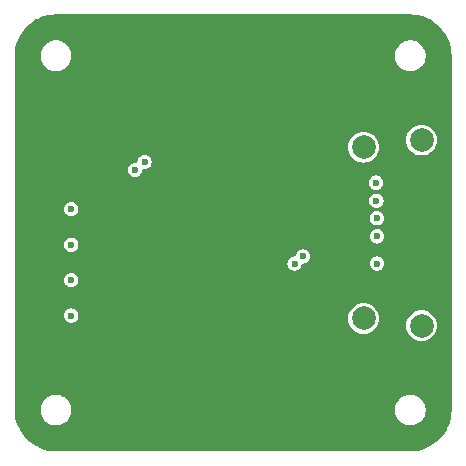
<source format=gbr>
%TF.GenerationSoftware,KiCad,Pcbnew,8.0.2*%
%TF.CreationDate,2024-06-01T15:43:29+01:00*%
%TF.ProjectId,hdmi-csi,68646d69-2d63-4736-992e-6b696361645f,rev?*%
%TF.SameCoordinates,Original*%
%TF.FileFunction,Copper,L3,Inr*%
%TF.FilePolarity,Positive*%
%FSLAX46Y46*%
G04 Gerber Fmt 4.6, Leading zero omitted, Abs format (unit mm)*
G04 Created by KiCad (PCBNEW 8.0.2) date 2024-06-01 15:43:29*
%MOMM*%
%LPD*%
G01*
G04 APERTURE LIST*
%TA.AperFunction,ComponentPad*%
%ADD10C,2.000000*%
%TD*%
%TA.AperFunction,ViaPad*%
%ADD11C,0.600000*%
%TD*%
G04 APERTURE END LIST*
D10*
%TO.N,GND*%
%TO.C,CN1*%
X184950000Y-76850000D03*
X180050000Y-76250000D03*
X180050000Y-61750000D03*
X184950000Y-61150000D03*
%TD*%
D11*
%TO.N,GND*%
X181100000Y-64750000D03*
X181125000Y-66275000D03*
X181150000Y-67775000D03*
X181200000Y-69300000D03*
X181200000Y-71600000D03*
%TO.N,+3.3V*%
X177100000Y-73400000D03*
X181000000Y-73400000D03*
%TO.N,/CAM_SDA*%
X174900000Y-71000000D03*
X161500000Y-63000000D03*
%TO.N,/CAM_SCL*%
X174200000Y-71600000D03*
X160700000Y-63671750D03*
%TO.N,GND*%
X155300000Y-73000000D03*
X155300000Y-67000000D03*
X155300000Y-70000000D03*
%TO.N,+3.3V*%
X155200000Y-62000000D03*
X159200000Y-62000000D03*
%TO.N,GND*%
X155300000Y-76000000D03*
%TD*%
%TA.AperFunction,Conductor*%
%TO.N,+3.3V*%
G36*
X184003032Y-50500648D02*
G01*
X184336929Y-50517052D01*
X184349037Y-50518245D01*
X184452146Y-50533539D01*
X184676699Y-50566849D01*
X184688617Y-50569219D01*
X185009951Y-50649709D01*
X185021588Y-50653240D01*
X185092806Y-50678722D01*
X185333467Y-50764832D01*
X185344688Y-50769479D01*
X185644163Y-50911120D01*
X185654871Y-50916844D01*
X185938988Y-51087137D01*
X185949106Y-51093897D01*
X186215170Y-51291224D01*
X186224576Y-51298944D01*
X186470013Y-51521395D01*
X186478604Y-51529986D01*
X186665755Y-51736475D01*
X186701055Y-51775423D01*
X186708775Y-51784829D01*
X186906102Y-52050893D01*
X186912862Y-52061011D01*
X187041776Y-52276092D01*
X187083148Y-52345116D01*
X187088885Y-52355848D01*
X187230514Y-52655297D01*
X187235170Y-52666540D01*
X187346759Y-52978411D01*
X187350292Y-52990055D01*
X187430777Y-53311369D01*
X187433151Y-53323305D01*
X187481754Y-53650962D01*
X187482947Y-53663071D01*
X187499351Y-53996966D01*
X187499500Y-54003051D01*
X187499500Y-83996948D01*
X187499351Y-84003033D01*
X187482947Y-84336928D01*
X187481754Y-84349037D01*
X187433151Y-84676694D01*
X187430777Y-84688630D01*
X187350292Y-85009944D01*
X187346759Y-85021588D01*
X187235170Y-85333459D01*
X187230514Y-85344702D01*
X187088885Y-85644151D01*
X187083148Y-85654883D01*
X186912862Y-85938988D01*
X186906102Y-85949106D01*
X186708775Y-86215170D01*
X186701055Y-86224576D01*
X186478611Y-86470006D01*
X186470006Y-86478611D01*
X186224576Y-86701055D01*
X186215170Y-86708775D01*
X185949106Y-86906102D01*
X185938988Y-86912862D01*
X185654883Y-87083148D01*
X185644151Y-87088885D01*
X185344702Y-87230514D01*
X185333459Y-87235170D01*
X185021588Y-87346759D01*
X185009944Y-87350292D01*
X184688630Y-87430777D01*
X184676694Y-87433151D01*
X184349037Y-87481754D01*
X184336928Y-87482947D01*
X184021989Y-87498419D01*
X184003031Y-87499351D01*
X183996949Y-87499500D01*
X154003051Y-87499500D01*
X153996968Y-87499351D01*
X153976900Y-87498365D01*
X153663071Y-87482947D01*
X153650962Y-87481754D01*
X153323305Y-87433151D01*
X153311369Y-87430777D01*
X152990055Y-87350292D01*
X152978411Y-87346759D01*
X152666540Y-87235170D01*
X152655301Y-87230515D01*
X152355844Y-87088883D01*
X152345121Y-87083150D01*
X152061011Y-86912862D01*
X152050893Y-86906102D01*
X151784829Y-86708775D01*
X151775423Y-86701055D01*
X151736475Y-86665755D01*
X151529986Y-86478604D01*
X151521395Y-86470013D01*
X151298944Y-86224576D01*
X151291224Y-86215170D01*
X151093897Y-85949106D01*
X151087137Y-85938988D01*
X150916844Y-85654871D01*
X150911120Y-85644163D01*
X150769479Y-85344688D01*
X150764829Y-85333459D01*
X150718944Y-85205220D01*
X150653240Y-85021588D01*
X150649707Y-85009944D01*
X150640958Y-84975015D01*
X150569219Y-84688617D01*
X150566848Y-84676694D01*
X150518245Y-84349037D01*
X150517052Y-84336927D01*
X150500649Y-84003032D01*
X150500500Y-83996948D01*
X150500500Y-83897648D01*
X152699500Y-83897648D01*
X152699500Y-84102351D01*
X152731522Y-84304534D01*
X152794781Y-84499223D01*
X152858691Y-84624653D01*
X152885208Y-84676694D01*
X152887715Y-84681613D01*
X153008028Y-84847213D01*
X153152786Y-84991971D01*
X153307749Y-85104556D01*
X153318390Y-85112287D01*
X153434607Y-85171503D01*
X153500776Y-85205218D01*
X153500778Y-85205218D01*
X153500781Y-85205220D01*
X153605137Y-85239127D01*
X153695465Y-85268477D01*
X153796557Y-85284488D01*
X153897648Y-85300500D01*
X153897649Y-85300500D01*
X154102351Y-85300500D01*
X154102352Y-85300500D01*
X154304534Y-85268477D01*
X154499219Y-85205220D01*
X154681610Y-85112287D01*
X154774590Y-85044732D01*
X154847213Y-84991971D01*
X154847215Y-84991968D01*
X154847219Y-84991966D01*
X154991966Y-84847219D01*
X154991968Y-84847215D01*
X154991971Y-84847213D01*
X155044732Y-84774590D01*
X155112287Y-84681610D01*
X155205220Y-84499219D01*
X155268477Y-84304534D01*
X155300500Y-84102352D01*
X155300500Y-83897648D01*
X182699500Y-83897648D01*
X182699500Y-84102351D01*
X182731522Y-84304534D01*
X182794781Y-84499223D01*
X182858691Y-84624653D01*
X182885208Y-84676694D01*
X182887715Y-84681613D01*
X183008028Y-84847213D01*
X183152786Y-84991971D01*
X183307749Y-85104556D01*
X183318390Y-85112287D01*
X183434607Y-85171503D01*
X183500776Y-85205218D01*
X183500778Y-85205218D01*
X183500781Y-85205220D01*
X183605137Y-85239127D01*
X183695465Y-85268477D01*
X183796557Y-85284488D01*
X183897648Y-85300500D01*
X183897649Y-85300500D01*
X184102351Y-85300500D01*
X184102352Y-85300500D01*
X184304534Y-85268477D01*
X184499219Y-85205220D01*
X184681610Y-85112287D01*
X184774590Y-85044732D01*
X184847213Y-84991971D01*
X184847215Y-84991968D01*
X184847219Y-84991966D01*
X184991966Y-84847219D01*
X184991968Y-84847215D01*
X184991971Y-84847213D01*
X185044732Y-84774590D01*
X185112287Y-84681610D01*
X185205220Y-84499219D01*
X185268477Y-84304534D01*
X185300500Y-84102352D01*
X185300500Y-83897648D01*
X185268477Y-83695466D01*
X185205220Y-83500781D01*
X185205218Y-83500778D01*
X185205218Y-83500776D01*
X185171503Y-83434607D01*
X185112287Y-83318390D01*
X185104556Y-83307749D01*
X184991971Y-83152786D01*
X184847213Y-83008028D01*
X184681613Y-82887715D01*
X184681612Y-82887714D01*
X184681610Y-82887713D01*
X184624653Y-82858691D01*
X184499223Y-82794781D01*
X184304534Y-82731522D01*
X184129995Y-82703878D01*
X184102352Y-82699500D01*
X183897648Y-82699500D01*
X183873329Y-82703351D01*
X183695465Y-82731522D01*
X183500776Y-82794781D01*
X183318386Y-82887715D01*
X183152786Y-83008028D01*
X183008028Y-83152786D01*
X182887715Y-83318386D01*
X182794781Y-83500776D01*
X182731522Y-83695465D01*
X182699500Y-83897648D01*
X155300500Y-83897648D01*
X155268477Y-83695466D01*
X155205220Y-83500781D01*
X155205218Y-83500778D01*
X155205218Y-83500776D01*
X155171503Y-83434607D01*
X155112287Y-83318390D01*
X155104556Y-83307749D01*
X154991971Y-83152786D01*
X154847213Y-83008028D01*
X154681613Y-82887715D01*
X154681612Y-82887714D01*
X154681610Y-82887713D01*
X154624653Y-82858691D01*
X154499223Y-82794781D01*
X154304534Y-82731522D01*
X154129995Y-82703878D01*
X154102352Y-82699500D01*
X153897648Y-82699500D01*
X153873329Y-82703351D01*
X153695465Y-82731522D01*
X153500776Y-82794781D01*
X153318386Y-82887715D01*
X153152786Y-83008028D01*
X153008028Y-83152786D01*
X152887715Y-83318386D01*
X152794781Y-83500776D01*
X152731522Y-83695465D01*
X152699500Y-83897648D01*
X150500500Y-83897648D01*
X150500500Y-75999998D01*
X154694318Y-75999998D01*
X154694318Y-76000001D01*
X154714955Y-76156760D01*
X154714956Y-76156762D01*
X154753576Y-76250000D01*
X154775464Y-76302841D01*
X154871718Y-76428282D01*
X154997159Y-76524536D01*
X155143238Y-76585044D01*
X155221619Y-76595363D01*
X155299999Y-76605682D01*
X155300000Y-76605682D01*
X155300001Y-76605682D01*
X155352254Y-76598802D01*
X155456762Y-76585044D01*
X155602841Y-76524536D01*
X155728282Y-76428282D01*
X155824536Y-76302841D01*
X155846424Y-76249998D01*
X178744532Y-76249998D01*
X178744532Y-76250001D01*
X178764364Y-76476686D01*
X178764366Y-76476697D01*
X178823258Y-76696488D01*
X178823261Y-76696497D01*
X178919431Y-76902732D01*
X178919432Y-76902734D01*
X179049954Y-77089141D01*
X179210858Y-77250045D01*
X179210861Y-77250047D01*
X179397266Y-77380568D01*
X179603504Y-77476739D01*
X179823308Y-77535635D01*
X179985230Y-77549801D01*
X180049998Y-77555468D01*
X180050000Y-77555468D01*
X180050002Y-77555468D01*
X180106673Y-77550509D01*
X180276692Y-77535635D01*
X180496496Y-77476739D01*
X180702734Y-77380568D01*
X180889139Y-77250047D01*
X181050047Y-77089139D01*
X181180568Y-76902734D01*
X181205159Y-76849998D01*
X183644532Y-76849998D01*
X183644532Y-76850001D01*
X183664364Y-77076686D01*
X183664366Y-77076697D01*
X183723258Y-77296488D01*
X183723261Y-77296497D01*
X183819431Y-77502732D01*
X183819432Y-77502734D01*
X183949954Y-77689141D01*
X184110858Y-77850045D01*
X184110861Y-77850047D01*
X184297266Y-77980568D01*
X184503504Y-78076739D01*
X184723308Y-78135635D01*
X184885230Y-78149801D01*
X184949998Y-78155468D01*
X184950000Y-78155468D01*
X184950002Y-78155468D01*
X185006673Y-78150509D01*
X185176692Y-78135635D01*
X185396496Y-78076739D01*
X185602734Y-77980568D01*
X185789139Y-77850047D01*
X185950047Y-77689139D01*
X186080568Y-77502734D01*
X186176739Y-77296496D01*
X186235635Y-77076692D01*
X186255468Y-76850000D01*
X186235635Y-76623308D01*
X186176739Y-76403504D01*
X186080568Y-76197266D01*
X185950047Y-76010861D01*
X185950045Y-76010858D01*
X185789141Y-75849954D01*
X185602734Y-75719432D01*
X185602732Y-75719431D01*
X185396497Y-75623261D01*
X185396488Y-75623258D01*
X185176697Y-75564366D01*
X185176693Y-75564365D01*
X185176692Y-75564365D01*
X185176691Y-75564364D01*
X185176686Y-75564364D01*
X184950002Y-75544532D01*
X184949998Y-75544532D01*
X184723313Y-75564364D01*
X184723302Y-75564366D01*
X184503511Y-75623258D01*
X184503502Y-75623261D01*
X184297267Y-75719431D01*
X184297265Y-75719432D01*
X184110858Y-75849954D01*
X183949954Y-76010858D01*
X183819432Y-76197265D01*
X183819431Y-76197267D01*
X183723261Y-76403502D01*
X183723258Y-76403511D01*
X183664366Y-76623302D01*
X183664364Y-76623313D01*
X183644532Y-76849998D01*
X181205159Y-76849998D01*
X181276739Y-76696496D01*
X181335635Y-76476692D01*
X181355468Y-76250000D01*
X181335635Y-76023308D01*
X181276739Y-75803504D01*
X181180568Y-75597266D01*
X181050047Y-75410861D01*
X181050045Y-75410858D01*
X180889141Y-75249954D01*
X180702734Y-75119432D01*
X180702732Y-75119431D01*
X180496497Y-75023261D01*
X180496488Y-75023258D01*
X180276697Y-74964366D01*
X180276693Y-74964365D01*
X180276692Y-74964365D01*
X180276691Y-74964364D01*
X180276686Y-74964364D01*
X180050002Y-74944532D01*
X180049998Y-74944532D01*
X179823313Y-74964364D01*
X179823302Y-74964366D01*
X179603511Y-75023258D01*
X179603502Y-75023261D01*
X179397267Y-75119431D01*
X179397265Y-75119432D01*
X179210858Y-75249954D01*
X179049954Y-75410858D01*
X178919432Y-75597265D01*
X178919431Y-75597267D01*
X178823261Y-75803502D01*
X178823258Y-75803511D01*
X178764366Y-76023302D01*
X178764364Y-76023313D01*
X178744532Y-76249998D01*
X155846424Y-76249998D01*
X155885044Y-76156762D01*
X155902613Y-76023313D01*
X155905682Y-76000001D01*
X155905682Y-75999998D01*
X155885044Y-75843239D01*
X155885044Y-75843238D01*
X155824536Y-75697159D01*
X155728282Y-75571718D01*
X155602841Y-75475464D01*
X155456762Y-75414956D01*
X155456760Y-75414955D01*
X155300001Y-75394318D01*
X155299999Y-75394318D01*
X155143239Y-75414955D01*
X155143237Y-75414956D01*
X154997160Y-75475463D01*
X154871718Y-75571718D01*
X154775463Y-75697160D01*
X154714956Y-75843237D01*
X154714955Y-75843239D01*
X154694318Y-75999998D01*
X150500500Y-75999998D01*
X150500500Y-72999998D01*
X154694318Y-72999998D01*
X154694318Y-73000001D01*
X154714955Y-73156760D01*
X154714956Y-73156762D01*
X154775464Y-73302841D01*
X154871718Y-73428282D01*
X154997159Y-73524536D01*
X155143238Y-73585044D01*
X155221619Y-73595363D01*
X155299999Y-73605682D01*
X155300000Y-73605682D01*
X155300001Y-73605682D01*
X155352254Y-73598802D01*
X155456762Y-73585044D01*
X155602841Y-73524536D01*
X155728282Y-73428282D01*
X155824536Y-73302841D01*
X155885044Y-73156762D01*
X155905682Y-73000000D01*
X155885044Y-72843238D01*
X155824536Y-72697159D01*
X155728282Y-72571718D01*
X155602841Y-72475464D01*
X155456762Y-72414956D01*
X155456760Y-72414955D01*
X155300001Y-72394318D01*
X155299999Y-72394318D01*
X155143239Y-72414955D01*
X155143237Y-72414956D01*
X154997160Y-72475463D01*
X154871718Y-72571718D01*
X154775463Y-72697160D01*
X154714956Y-72843237D01*
X154714955Y-72843239D01*
X154694318Y-72999998D01*
X150500500Y-72999998D01*
X150500500Y-71599998D01*
X173594318Y-71599998D01*
X173594318Y-71600001D01*
X173614955Y-71756760D01*
X173614956Y-71756762D01*
X173675464Y-71902841D01*
X173771718Y-72028282D01*
X173897159Y-72124536D01*
X174043238Y-72185044D01*
X174121619Y-72195363D01*
X174199999Y-72205682D01*
X174200000Y-72205682D01*
X174200001Y-72205682D01*
X174252254Y-72198802D01*
X174356762Y-72185044D01*
X174502841Y-72124536D01*
X174628282Y-72028282D01*
X174724536Y-71902841D01*
X174785044Y-71756762D01*
X174790838Y-71712751D01*
X174819102Y-71648858D01*
X174877426Y-71610386D01*
X174897591Y-71605999D01*
X174899999Y-71605681D01*
X174900000Y-71605682D01*
X174943174Y-71599998D01*
X180594318Y-71599998D01*
X180594318Y-71600001D01*
X180614955Y-71756760D01*
X180614956Y-71756762D01*
X180675464Y-71902841D01*
X180771718Y-72028282D01*
X180897159Y-72124536D01*
X181043238Y-72185044D01*
X181121619Y-72195363D01*
X181199999Y-72205682D01*
X181200000Y-72205682D01*
X181200001Y-72205682D01*
X181252254Y-72198802D01*
X181356762Y-72185044D01*
X181502841Y-72124536D01*
X181628282Y-72028282D01*
X181724536Y-71902841D01*
X181785044Y-71756762D01*
X181805682Y-71600000D01*
X181785044Y-71443238D01*
X181724536Y-71297159D01*
X181628282Y-71171718D01*
X181502841Y-71075464D01*
X181356762Y-71014956D01*
X181356760Y-71014955D01*
X181200001Y-70994318D01*
X181199999Y-70994318D01*
X181043239Y-71014955D01*
X181043237Y-71014956D01*
X180897160Y-71075463D01*
X180771718Y-71171718D01*
X180675463Y-71297160D01*
X180614956Y-71443237D01*
X180614955Y-71443239D01*
X180594318Y-71599998D01*
X174943174Y-71599998D01*
X175056762Y-71585044D01*
X175202841Y-71524536D01*
X175328282Y-71428282D01*
X175424536Y-71302841D01*
X175485044Y-71156762D01*
X175505682Y-71000000D01*
X175485044Y-70843238D01*
X175424536Y-70697159D01*
X175328282Y-70571718D01*
X175202841Y-70475464D01*
X175056762Y-70414956D01*
X175056760Y-70414955D01*
X174900001Y-70394318D01*
X174899999Y-70394318D01*
X174743239Y-70414955D01*
X174743237Y-70414956D01*
X174597160Y-70475463D01*
X174471718Y-70571718D01*
X174375463Y-70697160D01*
X174314956Y-70843237D01*
X174314956Y-70843239D01*
X174309162Y-70887247D01*
X174280895Y-70951144D01*
X174222570Y-70989614D01*
X174202409Y-70994000D01*
X174064568Y-71012147D01*
X174043238Y-71014956D01*
X174043237Y-71014956D01*
X173897160Y-71075463D01*
X173771718Y-71171718D01*
X173675463Y-71297160D01*
X173614956Y-71443237D01*
X173614955Y-71443239D01*
X173594318Y-71599998D01*
X150500500Y-71599998D01*
X150500500Y-69999998D01*
X154694318Y-69999998D01*
X154694318Y-70000001D01*
X154714955Y-70156760D01*
X154714956Y-70156762D01*
X154775464Y-70302841D01*
X154871718Y-70428282D01*
X154997159Y-70524536D01*
X155143238Y-70585044D01*
X155221619Y-70595363D01*
X155299999Y-70605682D01*
X155300000Y-70605682D01*
X155300001Y-70605682D01*
X155352254Y-70598802D01*
X155456762Y-70585044D01*
X155602841Y-70524536D01*
X155728282Y-70428282D01*
X155824536Y-70302841D01*
X155885044Y-70156762D01*
X155905682Y-70000000D01*
X155885044Y-69843238D01*
X155824536Y-69697159D01*
X155728282Y-69571718D01*
X155602841Y-69475464D01*
X155557690Y-69456762D01*
X155456762Y-69414956D01*
X155456760Y-69414955D01*
X155300001Y-69394318D01*
X155299999Y-69394318D01*
X155143239Y-69414955D01*
X155143237Y-69414956D01*
X154997160Y-69475463D01*
X154871718Y-69571718D01*
X154775463Y-69697160D01*
X154714956Y-69843237D01*
X154714955Y-69843239D01*
X154694318Y-69999998D01*
X150500500Y-69999998D01*
X150500500Y-69299998D01*
X180594318Y-69299998D01*
X180594318Y-69300001D01*
X180614955Y-69456760D01*
X180614956Y-69456762D01*
X180675464Y-69602841D01*
X180771718Y-69728282D01*
X180897159Y-69824536D01*
X181043238Y-69885044D01*
X181121619Y-69895363D01*
X181199999Y-69905682D01*
X181200000Y-69905682D01*
X181200001Y-69905682D01*
X181252254Y-69898802D01*
X181356762Y-69885044D01*
X181502841Y-69824536D01*
X181628282Y-69728282D01*
X181724536Y-69602841D01*
X181785044Y-69456762D01*
X181805682Y-69300000D01*
X181785044Y-69143238D01*
X181724536Y-68997159D01*
X181628282Y-68871718D01*
X181502841Y-68775464D01*
X181356762Y-68714956D01*
X181356760Y-68714955D01*
X181200001Y-68694318D01*
X181199999Y-68694318D01*
X181043239Y-68714955D01*
X181043237Y-68714956D01*
X180897160Y-68775463D01*
X180771718Y-68871718D01*
X180675463Y-68997160D01*
X180614956Y-69143237D01*
X180614955Y-69143239D01*
X180594318Y-69299998D01*
X150500500Y-69299998D01*
X150500500Y-67774998D01*
X180544318Y-67774998D01*
X180544318Y-67775001D01*
X180564955Y-67931760D01*
X180564956Y-67931762D01*
X180625464Y-68077841D01*
X180721718Y-68203282D01*
X180847159Y-68299536D01*
X180993238Y-68360044D01*
X181071619Y-68370363D01*
X181149999Y-68380682D01*
X181150000Y-68380682D01*
X181150001Y-68380682D01*
X181202254Y-68373802D01*
X181306762Y-68360044D01*
X181452841Y-68299536D01*
X181578282Y-68203282D01*
X181674536Y-68077841D01*
X181735044Y-67931762D01*
X181755682Y-67775000D01*
X181735044Y-67618238D01*
X181674536Y-67472159D01*
X181578282Y-67346718D01*
X181452841Y-67250464D01*
X181306762Y-67189956D01*
X181306760Y-67189955D01*
X181150001Y-67169318D01*
X181149999Y-67169318D01*
X180993239Y-67189955D01*
X180993237Y-67189956D01*
X180847160Y-67250463D01*
X180721718Y-67346718D01*
X180625463Y-67472160D01*
X180564956Y-67618237D01*
X180564955Y-67618239D01*
X180544318Y-67774998D01*
X150500500Y-67774998D01*
X150500500Y-66999998D01*
X154694318Y-66999998D01*
X154694318Y-67000001D01*
X154714955Y-67156760D01*
X154714956Y-67156762D01*
X154775464Y-67302841D01*
X154871718Y-67428282D01*
X154997159Y-67524536D01*
X155143238Y-67585044D01*
X155221619Y-67595363D01*
X155299999Y-67605682D01*
X155300000Y-67605682D01*
X155300001Y-67605682D01*
X155352254Y-67598802D01*
X155456762Y-67585044D01*
X155602841Y-67524536D01*
X155728282Y-67428282D01*
X155824536Y-67302841D01*
X155885044Y-67156762D01*
X155905682Y-67000000D01*
X155885044Y-66843238D01*
X155824536Y-66697159D01*
X155728282Y-66571718D01*
X155602841Y-66475464D01*
X155456762Y-66414956D01*
X155456760Y-66414955D01*
X155300001Y-66394318D01*
X155299999Y-66394318D01*
X155143239Y-66414955D01*
X155143237Y-66414956D01*
X154997160Y-66475463D01*
X154871718Y-66571718D01*
X154775463Y-66697160D01*
X154714956Y-66843237D01*
X154714955Y-66843239D01*
X154694318Y-66999998D01*
X150500500Y-66999998D01*
X150500500Y-66274998D01*
X180519318Y-66274998D01*
X180519318Y-66275001D01*
X180539955Y-66431760D01*
X180539956Y-66431762D01*
X180600464Y-66577841D01*
X180696718Y-66703282D01*
X180822159Y-66799536D01*
X180968238Y-66860044D01*
X181046619Y-66870363D01*
X181124999Y-66880682D01*
X181125000Y-66880682D01*
X181125001Y-66880682D01*
X181177254Y-66873802D01*
X181281762Y-66860044D01*
X181427841Y-66799536D01*
X181553282Y-66703282D01*
X181649536Y-66577841D01*
X181710044Y-66431762D01*
X181730682Y-66275000D01*
X181710044Y-66118238D01*
X181649536Y-65972159D01*
X181553282Y-65846718D01*
X181427841Y-65750464D01*
X181281762Y-65689956D01*
X181281760Y-65689955D01*
X181125001Y-65669318D01*
X181124999Y-65669318D01*
X180968239Y-65689955D01*
X180968237Y-65689956D01*
X180822160Y-65750463D01*
X180696718Y-65846718D01*
X180600463Y-65972160D01*
X180539956Y-66118237D01*
X180539955Y-66118239D01*
X180519318Y-66274998D01*
X150500500Y-66274998D01*
X150500500Y-64749998D01*
X180494318Y-64749998D01*
X180494318Y-64750001D01*
X180514955Y-64906760D01*
X180514956Y-64906762D01*
X180575464Y-65052841D01*
X180671718Y-65178282D01*
X180797159Y-65274536D01*
X180943238Y-65335044D01*
X181021619Y-65345363D01*
X181099999Y-65355682D01*
X181100000Y-65355682D01*
X181100001Y-65355682D01*
X181152254Y-65348802D01*
X181256762Y-65335044D01*
X181402841Y-65274536D01*
X181528282Y-65178282D01*
X181624536Y-65052841D01*
X181685044Y-64906762D01*
X181705682Y-64750000D01*
X181685044Y-64593238D01*
X181624536Y-64447159D01*
X181528282Y-64321718D01*
X181402841Y-64225464D01*
X181256762Y-64164956D01*
X181256760Y-64164955D01*
X181100001Y-64144318D01*
X181099999Y-64144318D01*
X180943239Y-64164955D01*
X180943237Y-64164956D01*
X180797160Y-64225463D01*
X180671718Y-64321718D01*
X180575463Y-64447160D01*
X180514956Y-64593237D01*
X180514955Y-64593239D01*
X180494318Y-64749998D01*
X150500500Y-64749998D01*
X150500500Y-63671748D01*
X160094318Y-63671748D01*
X160094318Y-63671751D01*
X160114955Y-63828510D01*
X160114956Y-63828512D01*
X160175464Y-63974591D01*
X160271718Y-64100032D01*
X160397159Y-64196286D01*
X160543238Y-64256794D01*
X160621619Y-64267113D01*
X160699999Y-64277432D01*
X160700000Y-64277432D01*
X160700001Y-64277432D01*
X160752254Y-64270552D01*
X160856762Y-64256794D01*
X161002841Y-64196286D01*
X161128282Y-64100032D01*
X161224536Y-63974591D01*
X161285044Y-63828512D01*
X161301357Y-63704599D01*
X161329623Y-63640703D01*
X161387948Y-63602232D01*
X161440480Y-63597846D01*
X161500000Y-63605682D01*
X161500001Y-63605682D01*
X161559521Y-63597846D01*
X161656762Y-63585044D01*
X161802841Y-63524536D01*
X161928282Y-63428282D01*
X162024536Y-63302841D01*
X162085044Y-63156762D01*
X162105682Y-63000000D01*
X162085044Y-62843238D01*
X162024536Y-62697159D01*
X161928282Y-62571718D01*
X161802841Y-62475464D01*
X161754566Y-62455468D01*
X161656762Y-62414956D01*
X161656760Y-62414955D01*
X161500001Y-62394318D01*
X161499999Y-62394318D01*
X161343239Y-62414955D01*
X161343237Y-62414956D01*
X161197160Y-62475463D01*
X161071718Y-62571718D01*
X160975463Y-62697160D01*
X160914956Y-62843237D01*
X160914956Y-62843239D01*
X160898642Y-62967150D01*
X160870375Y-63031046D01*
X160812050Y-63069517D01*
X160759519Y-63073903D01*
X160700003Y-63066068D01*
X160699999Y-63066068D01*
X160543239Y-63086705D01*
X160543237Y-63086706D01*
X160397160Y-63147213D01*
X160271718Y-63243468D01*
X160175463Y-63368910D01*
X160114956Y-63514987D01*
X160114955Y-63514989D01*
X160094318Y-63671748D01*
X150500500Y-63671748D01*
X150500500Y-61749998D01*
X178744532Y-61749998D01*
X178744532Y-61750001D01*
X178764364Y-61976686D01*
X178764366Y-61976697D01*
X178823258Y-62196488D01*
X178823261Y-62196497D01*
X178919431Y-62402732D01*
X178919432Y-62402734D01*
X179049954Y-62589141D01*
X179210858Y-62750045D01*
X179210861Y-62750047D01*
X179397266Y-62880568D01*
X179603504Y-62976739D01*
X179823308Y-63035635D01*
X179985230Y-63049801D01*
X180049998Y-63055468D01*
X180050000Y-63055468D01*
X180050002Y-63055468D01*
X180106673Y-63050509D01*
X180276692Y-63035635D01*
X180496496Y-62976739D01*
X180702734Y-62880568D01*
X180889139Y-62750047D01*
X181050047Y-62589139D01*
X181180568Y-62402734D01*
X181276739Y-62196496D01*
X181335635Y-61976692D01*
X181355468Y-61750000D01*
X181335635Y-61523308D01*
X181276739Y-61303504D01*
X181205157Y-61149998D01*
X183644532Y-61149998D01*
X183644532Y-61150001D01*
X183664364Y-61376686D01*
X183664366Y-61376697D01*
X183723258Y-61596488D01*
X183723261Y-61596497D01*
X183819431Y-61802732D01*
X183819432Y-61802734D01*
X183949954Y-61989141D01*
X184110858Y-62150045D01*
X184110861Y-62150047D01*
X184297266Y-62280568D01*
X184503504Y-62376739D01*
X184723308Y-62435635D01*
X184885230Y-62449801D01*
X184949998Y-62455468D01*
X184950000Y-62455468D01*
X184950002Y-62455468D01*
X185006673Y-62450509D01*
X185176692Y-62435635D01*
X185396496Y-62376739D01*
X185602734Y-62280568D01*
X185789139Y-62150047D01*
X185950047Y-61989139D01*
X186080568Y-61802734D01*
X186176739Y-61596496D01*
X186235635Y-61376692D01*
X186255468Y-61150000D01*
X186235635Y-60923308D01*
X186176739Y-60703504D01*
X186080568Y-60497266D01*
X185950047Y-60310861D01*
X185950045Y-60310858D01*
X185789141Y-60149954D01*
X185602734Y-60019432D01*
X185602732Y-60019431D01*
X185396497Y-59923261D01*
X185396488Y-59923258D01*
X185176697Y-59864366D01*
X185176693Y-59864365D01*
X185176692Y-59864365D01*
X185176691Y-59864364D01*
X185176686Y-59864364D01*
X184950002Y-59844532D01*
X184949998Y-59844532D01*
X184723313Y-59864364D01*
X184723302Y-59864366D01*
X184503511Y-59923258D01*
X184503502Y-59923261D01*
X184297267Y-60019431D01*
X184297265Y-60019432D01*
X184110858Y-60149954D01*
X183949954Y-60310858D01*
X183819432Y-60497265D01*
X183819431Y-60497267D01*
X183723261Y-60703502D01*
X183723258Y-60703511D01*
X183664366Y-60923302D01*
X183664364Y-60923313D01*
X183644532Y-61149998D01*
X181205157Y-61149998D01*
X181180568Y-61097266D01*
X181050047Y-60910861D01*
X181050045Y-60910858D01*
X180889141Y-60749954D01*
X180702734Y-60619432D01*
X180702732Y-60619431D01*
X180496497Y-60523261D01*
X180496488Y-60523258D01*
X180276697Y-60464366D01*
X180276693Y-60464365D01*
X180276692Y-60464365D01*
X180276691Y-60464364D01*
X180276686Y-60464364D01*
X180050002Y-60444532D01*
X180049998Y-60444532D01*
X179823313Y-60464364D01*
X179823302Y-60464366D01*
X179603511Y-60523258D01*
X179603502Y-60523261D01*
X179397267Y-60619431D01*
X179397265Y-60619432D01*
X179210858Y-60749954D01*
X179049954Y-60910858D01*
X178919432Y-61097265D01*
X178919431Y-61097267D01*
X178823261Y-61303502D01*
X178823258Y-61303511D01*
X178764366Y-61523302D01*
X178764364Y-61523313D01*
X178744532Y-61749998D01*
X150500500Y-61749998D01*
X150500500Y-54003051D01*
X150500649Y-53996967D01*
X150505528Y-53897648D01*
X152699500Y-53897648D01*
X152699500Y-54102351D01*
X152731522Y-54304534D01*
X152794781Y-54499223D01*
X152887715Y-54681613D01*
X153008028Y-54847213D01*
X153152786Y-54991971D01*
X153307749Y-55104556D01*
X153318390Y-55112287D01*
X153434607Y-55171503D01*
X153500776Y-55205218D01*
X153500778Y-55205218D01*
X153500781Y-55205220D01*
X153605137Y-55239127D01*
X153695465Y-55268477D01*
X153796557Y-55284488D01*
X153897648Y-55300500D01*
X153897649Y-55300500D01*
X154102351Y-55300500D01*
X154102352Y-55300500D01*
X154304534Y-55268477D01*
X154499219Y-55205220D01*
X154681610Y-55112287D01*
X154774590Y-55044732D01*
X154847213Y-54991971D01*
X154847215Y-54991968D01*
X154847219Y-54991966D01*
X154991966Y-54847219D01*
X154991968Y-54847215D01*
X154991971Y-54847213D01*
X155044732Y-54774590D01*
X155112287Y-54681610D01*
X155205220Y-54499219D01*
X155268477Y-54304534D01*
X155300500Y-54102352D01*
X155300500Y-53897648D01*
X182699500Y-53897648D01*
X182699500Y-54102351D01*
X182731522Y-54304534D01*
X182794781Y-54499223D01*
X182887715Y-54681613D01*
X183008028Y-54847213D01*
X183152786Y-54991971D01*
X183307749Y-55104556D01*
X183318390Y-55112287D01*
X183434607Y-55171503D01*
X183500776Y-55205218D01*
X183500778Y-55205218D01*
X183500781Y-55205220D01*
X183605137Y-55239127D01*
X183695465Y-55268477D01*
X183796557Y-55284488D01*
X183897648Y-55300500D01*
X183897649Y-55300500D01*
X184102351Y-55300500D01*
X184102352Y-55300500D01*
X184304534Y-55268477D01*
X184499219Y-55205220D01*
X184681610Y-55112287D01*
X184774590Y-55044732D01*
X184847213Y-54991971D01*
X184847215Y-54991968D01*
X184847219Y-54991966D01*
X184991966Y-54847219D01*
X184991968Y-54847215D01*
X184991971Y-54847213D01*
X185044732Y-54774590D01*
X185112287Y-54681610D01*
X185205220Y-54499219D01*
X185268477Y-54304534D01*
X185300500Y-54102352D01*
X185300500Y-53897648D01*
X185268477Y-53695466D01*
X185205220Y-53500781D01*
X185205218Y-53500778D01*
X185205218Y-53500776D01*
X185159987Y-53412007D01*
X185112287Y-53318390D01*
X185104556Y-53307749D01*
X184991971Y-53152786D01*
X184847213Y-53008028D01*
X184681613Y-52887715D01*
X184681612Y-52887714D01*
X184681610Y-52887713D01*
X184624653Y-52858691D01*
X184499223Y-52794781D01*
X184304534Y-52731522D01*
X184129995Y-52703878D01*
X184102352Y-52699500D01*
X183897648Y-52699500D01*
X183873329Y-52703351D01*
X183695465Y-52731522D01*
X183500776Y-52794781D01*
X183318386Y-52887715D01*
X183152786Y-53008028D01*
X183008028Y-53152786D01*
X182887715Y-53318386D01*
X182794781Y-53500776D01*
X182731522Y-53695465D01*
X182699500Y-53897648D01*
X155300500Y-53897648D01*
X155268477Y-53695466D01*
X155205220Y-53500781D01*
X155205218Y-53500778D01*
X155205218Y-53500776D01*
X155159987Y-53412007D01*
X155112287Y-53318390D01*
X155104556Y-53307749D01*
X154991971Y-53152786D01*
X154847213Y-53008028D01*
X154681613Y-52887715D01*
X154681612Y-52887714D01*
X154681610Y-52887713D01*
X154624653Y-52858691D01*
X154499223Y-52794781D01*
X154304534Y-52731522D01*
X154129995Y-52703878D01*
X154102352Y-52699500D01*
X153897648Y-52699500D01*
X153873329Y-52703351D01*
X153695465Y-52731522D01*
X153500776Y-52794781D01*
X153318386Y-52887715D01*
X153152786Y-53008028D01*
X153008028Y-53152786D01*
X152887715Y-53318386D01*
X152794781Y-53500776D01*
X152731522Y-53695465D01*
X152699500Y-53897648D01*
X150505528Y-53897648D01*
X150517052Y-53663072D01*
X150518245Y-53650962D01*
X150540523Y-53500776D01*
X150566849Y-53323296D01*
X150569218Y-53311385D01*
X150649710Y-52990043D01*
X150653240Y-52978411D01*
X150764835Y-52666525D01*
X150769476Y-52655318D01*
X150911124Y-52355828D01*
X150916840Y-52345136D01*
X151087145Y-52060998D01*
X151093888Y-52050905D01*
X151291232Y-51784818D01*
X151298935Y-51775433D01*
X151521405Y-51529975D01*
X151529975Y-51521405D01*
X151775433Y-51298935D01*
X151784818Y-51291232D01*
X152050905Y-51093888D01*
X152060998Y-51087145D01*
X152345136Y-50916840D01*
X152355828Y-50911124D01*
X152655318Y-50769476D01*
X152666525Y-50764835D01*
X152978412Y-50653239D01*
X152990043Y-50649710D01*
X153311385Y-50569218D01*
X153323296Y-50566849D01*
X153650962Y-50518244D01*
X153663068Y-50517052D01*
X153996967Y-50500648D01*
X154003051Y-50500500D01*
X154065892Y-50500500D01*
X183934108Y-50500500D01*
X183996949Y-50500500D01*
X184003032Y-50500648D01*
G37*
%TD.AperFunction*%
%TD*%
M02*

</source>
